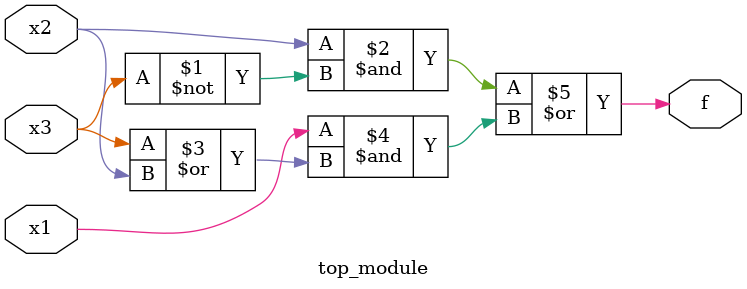
<source format=sv>
module top_module (
    input x3,
    input x2,
    input x1,
    output f
);

assign f = (x2 & ~x3) | (x1 & (x3 | x2));

endmodule

</source>
